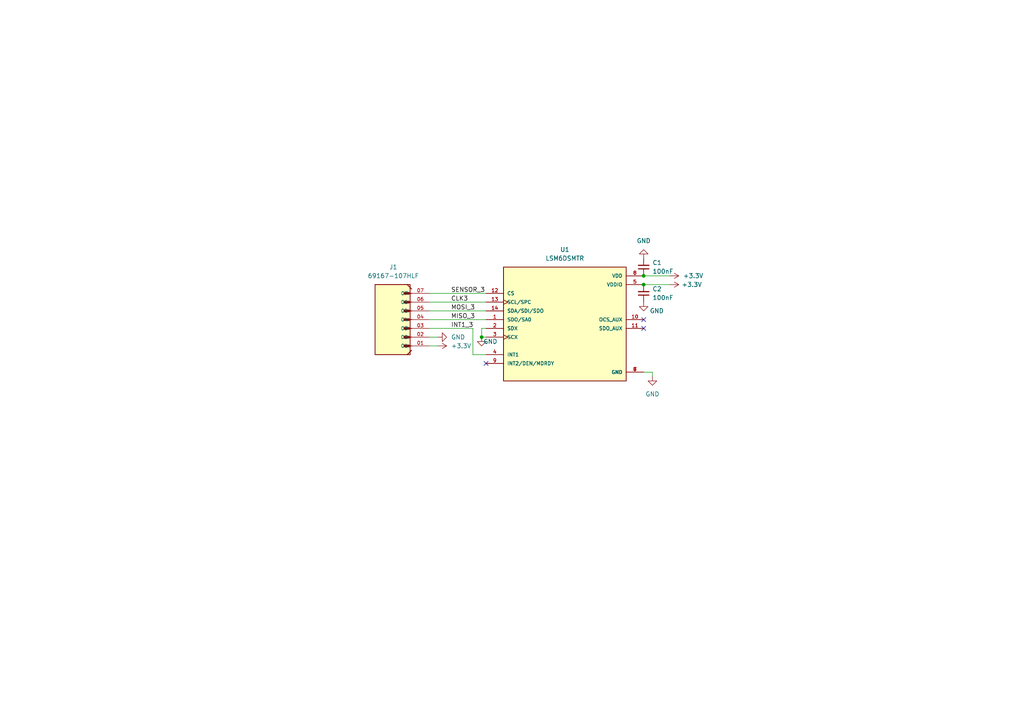
<source format=kicad_sch>
(kicad_sch (version 20230121) (generator eeschema)
  (paper "A4")
  (lib_symbols
    (symbol "69167-107HLF:69167-107HLF" (pin_names (offset 1.016))
      (property "Reference" "J" (at -5.58 10.16 0))
      (property "Value" "69167-107HLF" (at -5.08 -12.7 0))
      (symbol "69167-107HLF_0_0"
        (rectangle (start -4.647 -10.16) (end 5.513 10.16) (stroke (width 0.254)) (fill (type background)))
        (rectangle (start -4.445 -7.9375) (end -2.8575 -7.3025) (stroke (width 0.1)) (fill (type outline)))
        (rectangle (start -4.445 -5.3975) (end -2.8575 -4.7625) (stroke (width 0.1)) (fill (type outline)))
        (rectangle (start -4.445 -2.8575) (end -2.8575 -2.2225) (stroke (width 0.1)) (fill (type outline)))
        (rectangle (start -4.445 -0.3175) (end -2.8575 0.3175) (stroke (width 0.1)) (fill (type outline)))
        (rectangle (start -4.445 2.2225) (end -2.8575 2.8575) (stroke (width 0.1)) (fill (type outline)))
        (rectangle (start -4.445 4.7625) (end -2.8575 5.3975) (stroke (width 0.1)) (fill (type outline)))
        (rectangle (start -4.445 7.3025) (end -2.8575 7.9375) (stroke (width 0.1)) (fill (type outline)))
        (polyline (pts (xy -5.08 -8.89) (xy -3.81 -10.16)) (stroke (width 0.254)))
        (polyline (pts (xy -5.08 -7.62) (xy -3.175 -7.62)) (stroke (width 0.254)))
        (polyline (pts (xy -5.08 -5.08) (xy -3.175 -5.08)) (stroke (width 0.254)))
        (polyline (pts (xy -5.08 -2.54) (xy -3.175 -2.54)) (stroke (width 0.254)))
        (polyline (pts (xy -5.08 0) (xy -3.175 0)) (stroke (width 0.254)))
        (polyline (pts (xy -5.08 2.54) (xy -3.175 2.54)) (stroke (width 0.254)))
        (polyline (pts (xy -5.08 5.08) (xy -3.175 5.08)) (stroke (width 0.254)))
        (polyline (pts (xy -5.08 7.62) (xy -3.175 7.62)) (stroke (width 0.254)))
        (polyline (pts (xy -5.08 8.89) (xy -3.81 10.16)) (stroke (width 0.254)))
        (pin passive line (at -10.16 7.62 0) (length 5.08) (name "01") (number "01"))
        (pin passive line (at -10.16 5.08 0) (length 5.08) (name "02") (number "02"))
        (pin passive line (at -10.16 2.54 0) (length 5.08) (name "03") (number "03"))
        (pin passive line (at -10.16 0 0) (length 5.08) (name "04") (number "04"))
        (pin passive line (at -10.16 -2.54 0) (length 5.08) (name "05") (number "05"))
        (pin passive line (at -10.16 -5.08 0) (length 5.08) (name "06") (number "06"))
        (pin passive line (at -10.16 -7.62 0) (length 5.08) (name "07") (number "07"))
      )
    )
    (symbol "Device:C_Small" (pin_numbers hide) (pin_names (offset 0.254) hide)
      (property "Reference" "C" (at 0.254 1.778 0))
      (property "Value" "C_Small" (at 0.254 -2.032 0))
      (symbol "C_Small_0_1"
        (polyline (pts (xy -1.524 -0.508) (xy 1.524 -0.508)) (stroke (width 0.3302)))
        (polyline (pts (xy -1.524 0.508) (xy 1.524 0.508)) (stroke (width 0.3048)))
      )
      (symbol "C_Small_1_1"
        (pin passive line (at 0 2.54 270) (length 2.032) (name "~") (number "1"))
        (pin passive line (at 0 -2.54 90) (length 2.032) (name "~") (number "2"))
      )
    )
    (symbol "LSM6DSMTR:LSM6DSMTR" (pin_names (offset 1.016))
      (property "Reference" "U" (at -17.78 16.51 0))
      (property "Value" "LSM6DSMTR" (at -17.78 -21.59 0))
      (symbol "LSM6DSMTR_0_0"
        (rectangle (start -17.78 -17.78) (end 17.78 15.24) (stroke (width 0.254)) (fill (type background)))
        (pin bidirectional line (at -22.86 0 0) (length 5.08) (name "SDO/SA0") (number "1"))
        (pin input line (at 22.86 0 180) (length 5.08) (name "OCS_AUX") (number "10"))
        (pin bidirectional line (at 22.86 -2.54 180) (length 5.08) (name "SDO_AUX") (number "11"))
        (pin input line (at -22.86 7.62 0) (length 5.08) (name "CS") (number "12"))
        (pin input clock (at -22.86 5.08 0) (length 5.08) (name "SCL/SPC") (number "13"))
        (pin bidirectional line (at -22.86 2.54 0) (length 5.08) (name "SDA/SDI/SDO") (number "14"))
        (pin bidirectional line (at -22.86 -2.54 0) (length 5.08) (name "SDX") (number "2"))
        (pin bidirectional clock (at -22.86 -5.08 0) (length 5.08) (name "SCX") (number "3"))
        (pin input line (at -22.86 -10.16 0) (length 5.08) (name "INT1") (number "4"))
        (pin power_in line (at 22.86 10.16 180) (length 5.08) (name "VDDIO") (number "5"))
        (pin power_in line (at 22.86 -15.24 180) (length 5.08) (name "GND") (number "6"))
        (pin power_in line (at 22.86 -15.24 180) (length 5.08) (name "GND") (number "7"))
        (pin power_in line (at 22.86 12.7 180) (length 5.08) (name "VDD") (number "8"))
        (pin input line (at -22.86 -12.7 0) (length 5.08) (name "INT2/DEN/MDRDY") (number "9"))
      )
    )
    (symbol "power:+3.3V" (power) (pin_names (offset 0))
      (property "Value" "+3.3V" (at 0 3.556 0))
      (symbol "+3.3V_0_1"
        (polyline (pts (xy -0.762 1.27) (xy 0 2.54)))
        (polyline (pts (xy 0 0) (xy 0 2.54)))
        (polyline (pts (xy 0 2.54) (xy 0.762 1.27)))
      )
      (symbol "+3.3V_1_1"
        (pin power_in line (at 0 0 90) (length 0) hide (name "+3.3V") (number "1"))
      )
    )
    (symbol "power:GND" (power) (pin_names (offset 0))
      (property "Value" "GND" (at 0 -3.81 0))
      (symbol "GND_0_1"
        (polyline (pts (xy 0 0) (xy 0 -1.27) (xy 1.27 -1.27) (xy 0 -2.54) (xy -1.27 -1.27) (xy 0 -1.27)))
      )
      (symbol "GND_1_1"
        (pin power_in line (at 0 0 270) (length 0) hide (name "GND") (number "1"))
      )
    )
  )
  (junction (at 186.69 80.01))
  (junction (at 139.7 97.79))
  (junction (at 186.69 82.55))
  (no_connect (at 140.97 105.41))
  (no_connect (at 186.69 92.71))
  (no_connect (at 186.69 95.25))
  (wire (pts (xy 124.46 90.17) (xy 140.97 90.17)))
  (wire (pts (xy 139.7 97.79) (xy 139.7 95.25)))
  (wire (pts (xy 139.7 97.79) (xy 140.97 97.79)))
  (wire (pts (xy 189.23 107.95) (xy 189.23 109.22)))
  (wire (pts (xy 124.46 100.33) (xy 127 100.33)))
  (wire (pts (xy 137.16 95.25) (xy 137.16 102.87)))
  (wire (pts (xy 186.69 82.55) (xy 194.31 82.55)))
  (wire (pts (xy 186.69 107.95) (xy 189.23 107.95)))
  (wire (pts (xy 124.46 95.25) (xy 137.16 95.25)))
  (wire (pts (xy 124.46 97.79) (xy 127 97.79)))
  (wire (pts (xy 124.46 92.71) (xy 140.97 92.71)))
  (wire (pts (xy 186.69 80.01) (xy 194.31 80.01)))
  (wire (pts (xy 124.46 85.09) (xy 140.97 85.09)))
  (wire (pts (xy 124.46 87.63) (xy 140.97 87.63)))
  (wire (pts (xy 139.7 95.25) (xy 140.97 95.25)))
  (wire (pts (xy 137.16 102.87) (xy 140.97 102.87)))
  (label "CLK3" (at 130.81 87.63 0))
  (label "SENSOR_3" (at 130.81 85.09 0))
  (label "INT1_3" (at 130.81 95.25 0))
  (label "MOSI_3" (at 130.81 90.17 0))
  (label "MISO_3" (at 130.81 92.71 0))
  (symbol (lib_id "Device:C_Small") (at 186.69 85.09 180) (unit 1)
    (property "Reference" "C2" (at 189.23 83.8136 0) (effects (justify right)))
    (property "Value" "100nF" (at 189.23 86.3536 0) (effects (justify right)))
  )
  (symbol (lib_id "power:GND") (at 189.23 109.22 0) (unit 1)
    (property "Reference" "#PWR06" (effects hide))
    (property "Value" "GND" (at 189.23 114.3 0))
  )
  (symbol (lib_id "69167-107HLF:69167-107HLF") (at 114.3 92.71 180) (unit 1)
    (property "Reference" "J1" (at 114.0835 77.47 0))
    (property "Value" "69167-107HLF" (at 114.0835 80.01 0))
    (property "Footprint" "69167-107HLF:AMPHENOL_69167-107HLF" (effects hide))
    (property "MF" "Amphenol CS (FCI)" (effects hide))
    (property "Description" "\nPV Shrouded Header, Wire to Board connector, 2 Wall Shrouded Header - Through Hole - Single row - 7 Positions 2.54mm - Vertical.\n" (effects hide))
    (property "Package" "None" (effects hide))
    (property "Price" "None" (effects hide))
    (property "Check_prices" "https://www.snapeda.com/parts/69167-107HLF/Amphenol+FCI/view-part/?ref=eda" (effects hide))
    (property "STANDARD" "Manufacturer Recommendations" (effects hide))
    (property "PARTREV" "W" (effects hide))
    (property "SnapEDA_Link" "https://www.snapeda.com/parts/69167-107HLF/Amphenol+FCI/view-part/?ref=snap" (effects hide))
    (property "MP" "69167-107HLF" (effects hide))
    (property "Purchase-URL" "https://www.snapeda.com/api/url_track_click_mouser/?unipart_id=9742722&manufacturer=Amphenol CS (FCI)&part_name=69167-107HLF&search_term=69167-107hlf" (effects hide))
    (property "Availability" "In Stock" (effects hide))
    (property "MANUFACTURER" "Amphenol CS (FCI)" (effects hide))
  )
  (symbol (lib_id "Device:C_Small") (at 186.69 77.47 180) (unit 1)
    (property "Reference" "C1" (at 189.23 76.1936 0) (effects (justify right)))
    (property "Value" "100nF" (at 189.23 78.7336 0) (effects (justify right)))
  )
  (symbol (lib_id "power:GND") (at 127 97.79 90) (unit 1)
    (property "Reference" "#PWR01" (effects hide))
    (property "Value" "GND" (at 130.81 97.79 90) (effects (justify right)))
  )
  (symbol (lib_id "LSM6DSMTR:LSM6DSMTR") (at 163.83 92.71 0) (unit 1)
    (property "Reference" "U1" (at 163.83 72.39 0))
    (property "Value" "LSM6DSMTR" (at 163.83 74.93 0))
    (property "Footprint" "LSM6DSMTR (1):PQFN50P300X250X86-14N" (effects hide))
    (property "MF" "STMicroelectronics" (effects hide))
    (property "MAXIMUM_PACKAGE_HEIGHT" "0.86 mm" (effects hide))
    (property "Package" "VFLGA-14 STMicroelectronics" (effects hide))
    (property "Price" "None" (effects hide))
    (property "Check_prices" "https://www.snapeda.com/parts/LSM6DSMTR/STMicroelectronics/view-part/?ref=eda" (effects hide))
    (property "STANDARD" "IPC 7351B" (effects hide))
    (property "PARTREV" "Rev 7" (effects hide))
    (property "SnapEDA_Link" "https://www.snapeda.com/parts/LSM6DSMTR/STMicroelectronics/view-part/?ref=snap" (effects hide))
    (property "MP" "LSM6DSMTR" (effects hide))
    (property "Purchase-URL" "https://www.snapeda.com/api/url_track_click_mouser/?unipart_id=581716&manufacturer=STMicroelectronics&part_name=LSM6DSMTR&search_term=None" (effects hide))
    (property "Description" "\nAccelerometer, Gyroscope, Temperature, 6 Axis Sensor I2C, SPI Output\n" (effects hide))
    (property "Availability" "In Stock" (effects hide))
    (property "MANUFACTURER" "STMicroelectronics" (effects hide))
  )
  (symbol (lib_id "power:GND") (at 186.69 87.63 0) (unit 1)
    (property "Reference" "#PWR05" (effects hide))
    (property "Value" "GND" (at 190.5 90.17 0))
  )
  (symbol (lib_id "power:+3.3V") (at 194.31 82.55 270) (unit 1)
    (property "Reference" "#PWR08" (effects hide))
    (property "Value" "+3.3V" (at 200.66 82.55 90))
  )
  (symbol (lib_id "power:+3.3V") (at 127 100.33 270) (unit 1)
    (property "Reference" "#PWR02" (effects hide))
    (property "Value" "+3.3V" (at 130.81 100.33 90) (effects (justify left)))
  )
  (symbol (lib_id "power:+3.3V") (at 194.31 80.01 270) (unit 1)
    (property "Reference" "#PWR07" (effects hide))
    (property "Value" "+3.3V" (at 198.12 80.01 90) (effects (justify left)))
  )
  (symbol (lib_id "power:GND") (at 139.7 97.79 0) (unit 1)
    (property "Reference" "#PWR03" (effects hide))
    (property "Value" "GND" (at 142.24 99.06 0))
  )
  (symbol (lib_id "power:GND") (at 186.69 74.93 180) (unit 1)
    (property "Reference" "#PWR04" (effects hide))
    (property "Value" "GND" (at 186.69 69.85 0))
  )
)
</source>
